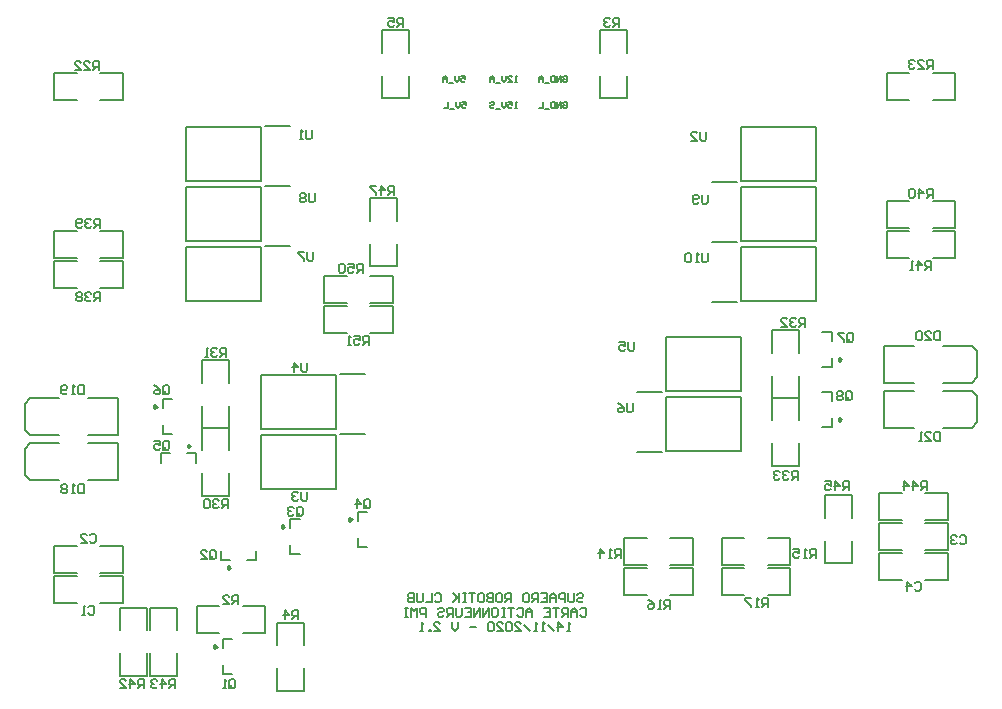
<source format=gbo>
G04 Layer_Color=32896*
%FSLAX25Y25*%
%MOIN*%
G70*
G01*
G75*
%ADD29C,0.00787*%
%ADD30C,0.00500*%
%ADD48C,0.00984*%
D29*
X67244Y6594D02*
Y9744D01*
Y6594D02*
X70394D01*
X67244Y15256D02*
Y18406D01*
X70394D01*
X89744Y46595D02*
Y49744D01*
Y46595D02*
X92894D01*
X89744Y55256D02*
Y58406D01*
X92894D01*
X75256Y44744D02*
X78405D01*
Y47894D01*
X66594Y44744D02*
X69744D01*
X66594D02*
Y47894D01*
X112244Y49095D02*
Y52244D01*
Y49095D02*
X115394D01*
X112244Y57756D02*
Y60905D01*
X115394D01*
X46595Y80256D02*
X49744D01*
X46595Y77106D02*
Y80256D01*
X55256D02*
X58406D01*
Y77106D02*
Y80256D01*
X47244Y86594D02*
Y89744D01*
Y86594D02*
X50394D01*
X47244Y95256D02*
Y98405D01*
X50394D01*
X270256Y117756D02*
Y120905D01*
X267106D02*
X270256D01*
Y109095D02*
Y112244D01*
X267106Y109095D02*
X270256D01*
Y97756D02*
Y100906D01*
X267106D02*
X270256D01*
Y89095D02*
Y92244D01*
X267106Y89095D02*
X270256D01*
X116390Y129500D02*
X123890D01*
Y120500D02*
Y129500D01*
X116390Y120500D02*
X123890D01*
X101110Y129500D02*
X108610D01*
X101110Y120500D02*
Y129500D01*
Y120500D02*
X108610D01*
X116390Y139500D02*
X123890D01*
Y130500D02*
Y139500D01*
X116390Y130500D02*
X123890D01*
X101110Y139500D02*
X108610D01*
X101110Y130500D02*
Y139500D01*
Y130500D02*
X108610D01*
X125500Y142610D02*
Y150110D01*
X116500Y142610D02*
X125500D01*
X116500D02*
Y150110D01*
X125500Y157890D02*
Y165390D01*
X116500D02*
X125500D01*
X116500Y157890D02*
Y165390D01*
X129500Y198610D02*
Y206110D01*
X120500Y198610D02*
X129500D01*
X120500D02*
Y206110D01*
X129500Y213890D02*
Y221390D01*
X120500D02*
X129500D01*
X120500Y213890D02*
Y221390D01*
X193000Y213890D02*
Y221390D01*
X202000D01*
Y213890D02*
Y221390D01*
X193000Y198610D02*
Y206110D01*
Y198610D02*
X202000D01*
Y206110D01*
X26390Y39500D02*
X33890D01*
Y30500D02*
Y39500D01*
X26390Y30500D02*
X33890D01*
X11110Y39500D02*
X18610D01*
X11110Y30500D02*
Y39500D01*
Y30500D02*
X18610D01*
X26390Y49500D02*
X33890D01*
Y40500D02*
Y49500D01*
X26390Y40500D02*
X33890D01*
X11110Y49500D02*
X18610D01*
X11110Y40500D02*
Y49500D01*
Y40500D02*
X18610D01*
X286110Y48000D02*
X293610D01*
X286110D02*
Y57000D01*
X293610D01*
X301390Y48000D02*
X308890D01*
Y57000D01*
X301390D02*
X308890D01*
X286110Y38000D02*
X293610D01*
X286110D02*
Y47000D01*
X293610D01*
X301390Y38000D02*
X308890D01*
Y47000D01*
X301390D02*
X308890D01*
X32461Y71398D02*
Y83602D01*
X1358Y73169D02*
X3130Y71398D01*
X1358Y81831D02*
X3130Y83602D01*
X1358Y73169D02*
Y81831D01*
X22224Y71398D02*
X32461D01*
X22224Y83602D02*
X32461D01*
X3130D02*
X12776D01*
X3130Y71398D02*
X12776D01*
X32461Y86398D02*
Y98602D01*
X1358Y88169D02*
X3130Y86398D01*
X1358Y96831D02*
X3130Y98602D01*
X1358Y88169D02*
Y96831D01*
X22224Y86398D02*
X32461D01*
X22224Y98602D02*
X32461D01*
X3130D02*
X12776D01*
X3130Y86398D02*
X12776D01*
X287539Y103898D02*
Y116102D01*
X316870D02*
X318642Y114331D01*
X316870Y103898D02*
X318642Y105669D01*
Y114331D01*
X287539Y116102D02*
X297776D01*
X287539Y103898D02*
X297776D01*
X307224D02*
X316870D01*
X307224Y116102D02*
X316870D01*
X287539Y88898D02*
Y101102D01*
X316870D02*
X318642Y99331D01*
X316870Y88898D02*
X318642Y90669D01*
Y99331D01*
X287539Y101102D02*
X297776D01*
X287539Y88898D02*
X297776D01*
X307224D02*
X316870D01*
X307224Y101102D02*
X316870D01*
X216390Y52000D02*
X223890D01*
Y43000D02*
Y52000D01*
X216390Y43000D02*
X223890D01*
X201110Y52000D02*
X208610D01*
X201110Y43000D02*
Y52000D01*
Y43000D02*
X208610D01*
X248890Y52000D02*
X256390D01*
Y43000D02*
Y52000D01*
X248890Y43000D02*
X256390D01*
X233610Y52000D02*
X241110D01*
X233610Y43000D02*
Y52000D01*
Y43000D02*
X241110D01*
X201110Y33000D02*
X208610D01*
X201110D02*
Y42000D01*
X208610D01*
X216390Y33000D02*
X223890D01*
Y42000D01*
X216390D02*
X223890D01*
X233610Y33000D02*
X241110D01*
X233610D02*
Y42000D01*
X241110D01*
X248890Y33000D02*
X256390D01*
Y42000D01*
X248890D02*
X256390D01*
X11110Y198000D02*
X18610D01*
X11110D02*
Y207000D01*
X18610D01*
X26390Y198000D02*
X33890D01*
Y207000D01*
X26390D02*
X33890D01*
X303890D02*
X311390D01*
Y198000D02*
Y207000D01*
X303890Y198000D02*
X311390D01*
X288610Y207000D02*
X296110D01*
X288610Y198000D02*
Y207000D01*
Y198000D02*
X296110D01*
X42000Y6110D02*
Y13610D01*
X33000Y6110D02*
X42000D01*
X33000D02*
Y13610D01*
X42000Y21390D02*
Y28890D01*
X33000D02*
X42000D01*
X33000Y21390D02*
Y28890D01*
X52000Y6110D02*
Y13610D01*
X43000Y6110D02*
X52000D01*
X43000D02*
Y13610D01*
X52000Y21390D02*
Y28890D01*
X43000D02*
X52000D01*
X43000Y21390D02*
Y28890D01*
X301390Y67000D02*
X308890D01*
Y58000D02*
Y67000D01*
X301390Y58000D02*
X308890D01*
X286110Y67000D02*
X293610D01*
X286110Y58000D02*
Y67000D01*
Y58000D02*
X293610D01*
X60500Y81390D02*
Y88890D01*
X69500D01*
Y81390D02*
Y88890D01*
X60500Y66110D02*
Y73610D01*
Y66110D02*
X69500D01*
Y73610D01*
X60500Y103890D02*
Y111390D01*
X69500D01*
Y103890D02*
Y111390D01*
X60500Y88610D02*
Y96110D01*
Y88610D02*
X69500D01*
Y96110D01*
X259500Y98610D02*
Y106110D01*
X250500Y98610D02*
X259500D01*
X250500D02*
Y106110D01*
X259500Y113890D02*
Y121390D01*
X250500D02*
X259500D01*
X250500Y113890D02*
Y121390D01*
X268000Y58890D02*
Y66390D01*
X277000D01*
Y58890D02*
Y66390D01*
X268000Y43610D02*
Y51110D01*
Y43610D02*
X277000D01*
Y51110D01*
X259500Y76110D02*
Y83610D01*
X250500Y76110D02*
X259500D01*
X250500D02*
Y83610D01*
X259500Y91390D02*
Y98890D01*
X250500D02*
X259500D01*
X250500Y91390D02*
Y98890D01*
X11110Y135500D02*
X18610D01*
X11110D02*
Y144500D01*
X18610D01*
X26390Y135500D02*
X33890D01*
Y144500D01*
X26390D02*
X33890D01*
X11110Y145500D02*
X18610D01*
X11110D02*
Y154500D01*
X18610D01*
X26390Y145500D02*
X33890D01*
Y154500D01*
X26390D02*
X33890D01*
X303890Y164500D02*
X311390D01*
Y155500D02*
Y164500D01*
X303890Y155500D02*
X311390D01*
X288610Y164500D02*
X296110D01*
X288610Y155500D02*
Y164500D01*
Y155500D02*
X296110D01*
X303890Y154500D02*
X311390D01*
Y145500D02*
Y154500D01*
X303890Y145500D02*
X311390D01*
X288610Y154500D02*
X296110D01*
X288610Y145500D02*
Y154500D01*
Y145500D02*
X296110D01*
X81279Y189331D02*
X89547D01*
X79902Y170945D02*
Y189055D01*
X55098Y170945D02*
X79902D01*
X55098D02*
Y189055D01*
X79902D01*
X230453Y170669D02*
X238720D01*
X240098Y170945D02*
Y189055D01*
X264902D01*
Y170945D02*
Y189055D01*
X240098Y170945D02*
X264902D01*
X106280Y86831D02*
X114547D01*
X104902Y68445D02*
Y86555D01*
X80098Y68445D02*
X104902D01*
X80098D02*
Y86555D01*
X104902D01*
X106280Y106831D02*
X114547D01*
X104902Y88445D02*
Y106555D01*
X80098Y88445D02*
X104902D01*
X80098D02*
Y106555D01*
X104902D01*
X205453Y100669D02*
X213720D01*
X215098Y100945D02*
Y119055D01*
X239902D01*
Y100945D02*
Y119055D01*
X215098Y100945D02*
X239902D01*
X205453Y80669D02*
X213720D01*
X215098Y80945D02*
Y99055D01*
X239902D01*
Y80945D02*
Y99055D01*
X215098Y80945D02*
X239902D01*
X81279Y149331D02*
X89547D01*
X79902Y130945D02*
Y149055D01*
X55098Y130945D02*
X79902D01*
X55098D02*
Y149055D01*
X79902D01*
X81279Y169331D02*
X89547D01*
X79902Y150945D02*
Y169055D01*
X55098Y150945D02*
X79902D01*
X55098D02*
Y169055D01*
X79902D01*
X230453Y150669D02*
X238720D01*
X240098Y150945D02*
Y169055D01*
X264902D01*
Y150945D02*
Y169055D01*
X240098Y150945D02*
X264902D01*
X230453Y130669D02*
X238720D01*
X240098Y130945D02*
Y149055D01*
X264902D01*
Y130945D02*
Y149055D01*
X240098Y130945D02*
X264902D01*
X58610Y20500D02*
X66110D01*
X58610D02*
Y29500D01*
X66110D01*
X73890Y20500D02*
X81390D01*
Y29500D01*
X73890D02*
X81390D01*
X94500Y1110D02*
Y8610D01*
X85500Y1110D02*
X94500D01*
X85500D02*
Y8610D01*
X94500Y16390D02*
Y23890D01*
X85500D02*
X94500D01*
X85500Y16390D02*
Y23890D01*
D30*
X185348Y33097D02*
X185848Y33597D01*
X186848D01*
X187348Y33097D01*
Y32597D01*
X186848Y32097D01*
X185848D01*
X185348Y31597D01*
Y31097D01*
X185848Y30598D01*
X186848D01*
X187348Y31097D01*
X184348Y33597D02*
Y31097D01*
X183849Y30598D01*
X182849D01*
X182349Y31097D01*
Y33597D01*
X181350Y30598D02*
Y33597D01*
X179850D01*
X179350Y33097D01*
Y32097D01*
X179850Y31597D01*
X181350D01*
X178350Y30598D02*
Y32597D01*
X177351Y33597D01*
X176351Y32597D01*
Y30598D01*
Y32097D01*
X178350D01*
X173352Y33597D02*
X175351D01*
Y30598D01*
X173352D01*
X175351Y32097D02*
X174352D01*
X172352Y30598D02*
Y33597D01*
X170853D01*
X170353Y33097D01*
Y32097D01*
X170853Y31597D01*
X172352D01*
X171353D02*
X170353Y30598D01*
X167854Y33597D02*
X168853D01*
X169353Y33097D01*
Y31097D01*
X168853Y30598D01*
X167854D01*
X167354Y31097D01*
Y33097D01*
X167854Y33597D01*
X163355Y30598D02*
Y33597D01*
X161856D01*
X161356Y33097D01*
Y32097D01*
X161856Y31597D01*
X163355D01*
X162356D02*
X161356Y30598D01*
X158857Y33597D02*
X159856D01*
X160356Y33097D01*
Y31097D01*
X159856Y30598D01*
X158857D01*
X158357Y31097D01*
Y33097D01*
X158857Y33597D01*
X157357D02*
Y30598D01*
X155858D01*
X155358Y31097D01*
Y31597D01*
X155858Y32097D01*
X157357D01*
X155858D01*
X155358Y32597D01*
Y33097D01*
X155858Y33597D01*
X157357D01*
X152859D02*
X153858D01*
X154358Y33097D01*
Y31097D01*
X153858Y30598D01*
X152859D01*
X152359Y31097D01*
Y33097D01*
X152859Y33597D01*
X151359D02*
X149360D01*
X150359D01*
Y30598D01*
X148360Y33597D02*
X147361D01*
X147860D01*
Y30598D01*
X148360D01*
X147361D01*
X145861Y33597D02*
Y30598D01*
Y31597D01*
X143862Y33597D01*
X145361Y32097D01*
X143862Y30598D01*
X137864Y33097D02*
X138363Y33597D01*
X139363D01*
X139863Y33097D01*
Y31097D01*
X139363Y30598D01*
X138363D01*
X137864Y31097D01*
X136864Y33597D02*
Y30598D01*
X134864D01*
X133865Y33597D02*
Y31097D01*
X133365Y30598D01*
X132365D01*
X131866Y31097D01*
Y33597D01*
X130866D02*
Y30598D01*
X129366D01*
X128867Y31097D01*
Y31597D01*
X129366Y32097D01*
X130866D01*
X129366D01*
X128867Y32597D01*
Y33097D01*
X129366Y33597D01*
X130866D01*
X186348Y28298D02*
X186848Y28798D01*
X187847D01*
X188347Y28298D01*
Y26299D01*
X187847Y25799D01*
X186848D01*
X186348Y26299D01*
X185348Y25799D02*
Y27798D01*
X184348Y28798D01*
X183349Y27798D01*
Y25799D01*
Y27298D01*
X185348D01*
X182349Y25799D02*
Y28798D01*
X180850D01*
X180350Y28298D01*
Y27298D01*
X180850Y26798D01*
X182349D01*
X181350D02*
X180350Y25799D01*
X179350Y28798D02*
X177351D01*
X178350D01*
Y25799D01*
X174352Y28798D02*
X176351D01*
Y25799D01*
X174352D01*
X176351Y27298D02*
X175351D01*
X170353Y25799D02*
Y27798D01*
X169353Y28798D01*
X168354Y27798D01*
Y25799D01*
Y27298D01*
X170353D01*
X165355Y28298D02*
X165855Y28798D01*
X166854D01*
X167354Y28298D01*
Y26299D01*
X166854Y25799D01*
X165855D01*
X165355Y26299D01*
X164355Y28798D02*
X162356D01*
X163355D01*
Y25799D01*
X161356Y28798D02*
X160356D01*
X160856D01*
Y25799D01*
X161356D01*
X160356D01*
X157357Y28798D02*
X158357D01*
X158857Y28298D01*
Y26299D01*
X158357Y25799D01*
X157357D01*
X156857Y26299D01*
Y28298D01*
X157357Y28798D01*
X155858Y25799D02*
Y28798D01*
X153858Y25799D01*
Y28798D01*
X152859Y25799D02*
Y28798D01*
X150859Y25799D01*
Y28798D01*
X147860D02*
X149860D01*
Y25799D01*
X147860D01*
X149860Y27298D02*
X148860D01*
X146861Y28798D02*
Y26299D01*
X146361Y25799D01*
X145361D01*
X144861Y26299D01*
Y28798D01*
X143862Y25799D02*
Y28798D01*
X142362D01*
X141862Y28298D01*
Y27298D01*
X142362Y26798D01*
X143862D01*
X142862D02*
X141862Y25799D01*
X138863Y28298D02*
X139363Y28798D01*
X140363D01*
X140863Y28298D01*
Y27798D01*
X140363Y27298D01*
X139363D01*
X138863Y26798D01*
Y26299D01*
X139363Y25799D01*
X140363D01*
X140863Y26299D01*
X134864Y25799D02*
Y28798D01*
X133365D01*
X132865Y28298D01*
Y27298D01*
X133365Y26798D01*
X134864D01*
X131866Y25799D02*
Y28798D01*
X130866Y27798D01*
X129866Y28798D01*
Y25799D01*
X128867Y28798D02*
X127867D01*
X128367D01*
Y25799D01*
X128867D01*
X127867D01*
X183099Y21000D02*
X182099D01*
X182599D01*
Y23999D01*
X183099Y23499D01*
X179100Y21000D02*
Y23999D01*
X180600Y22500D01*
X178600D01*
X177601Y21000D02*
X175601Y22999D01*
X174602Y21000D02*
X173602D01*
X174102D01*
Y23999D01*
X174602Y23499D01*
X172102Y21000D02*
X171103D01*
X171603D01*
Y23999D01*
X172102Y23499D01*
X169603Y21000D02*
X167604Y22999D01*
X164605Y21000D02*
X166604D01*
X164605Y22999D01*
Y23499D01*
X165105Y23999D01*
X166104D01*
X166604Y23499D01*
X163605D02*
X163105Y23999D01*
X162106D01*
X161606Y23499D01*
Y21500D01*
X162106Y21000D01*
X163105D01*
X163605Y21500D01*
Y23499D01*
X158607Y21000D02*
X160606D01*
X158607Y22999D01*
Y23499D01*
X159107Y23999D01*
X160106D01*
X160606Y23499D01*
X157607D02*
X157107Y23999D01*
X156108D01*
X155608Y23499D01*
Y21500D01*
X156108Y21000D01*
X157107D01*
X157607Y21500D01*
Y23499D01*
X151609Y22500D02*
X149610D01*
X145611Y23999D02*
Y22000D01*
X144611Y21000D01*
X143612Y22000D01*
Y23999D01*
X137614Y21000D02*
X139613D01*
X137614Y22999D01*
Y23499D01*
X138113Y23999D01*
X139113D01*
X139613Y23499D01*
X136614Y21000D02*
Y21500D01*
X136114D01*
Y21000D01*
X136614D01*
X134115D02*
X133115D01*
X133615D01*
Y23999D01*
X134115Y23499D01*
X92001Y60000D02*
Y61999D01*
X92501Y62499D01*
X93500D01*
X94000Y61999D01*
Y60000D01*
X93500Y59500D01*
X92501D01*
X93000Y60500D02*
X92001Y59500D01*
X92501D02*
X92001Y60000D01*
X91001Y61999D02*
X90501Y62499D01*
X89501D01*
X89002Y61999D01*
Y61499D01*
X89501Y61000D01*
X90001D01*
X89501D01*
X89002Y60500D01*
Y60000D01*
X89501Y59500D01*
X90501D01*
X91001Y60000D01*
X69501Y2500D02*
Y4499D01*
X70000Y4999D01*
X71000D01*
X71500Y4499D01*
Y2500D01*
X71000Y2000D01*
X70000D01*
X70500Y3000D02*
X69501Y2000D01*
X70000D02*
X69501Y2500D01*
X68501Y2000D02*
X67501D01*
X68001D01*
Y4999D01*
X68501Y4499D01*
X275001Y98500D02*
Y100499D01*
X275500Y100999D01*
X276500D01*
X277000Y100499D01*
Y98500D01*
X276500Y98000D01*
X275500D01*
X276000Y99000D02*
X275001Y98000D01*
X275500D02*
X275001Y98500D01*
X274001Y100499D02*
X273501Y100999D01*
X272501D01*
X272002Y100499D01*
Y99999D01*
X272501Y99499D01*
X272002Y99000D01*
Y98500D01*
X272501Y98000D01*
X273501D01*
X274001Y98500D01*
Y99000D01*
X273501Y99499D01*
X274001Y99999D01*
Y100499D01*
X273501Y99499D02*
X272501D01*
X275501Y118000D02*
Y119999D01*
X276000Y120499D01*
X277000D01*
X277500Y119999D01*
Y118000D01*
X277000Y117500D01*
X276000D01*
X276500Y118500D02*
X275501Y117500D01*
X276000D02*
X275501Y118000D01*
X274501Y120499D02*
X272502D01*
Y119999D01*
X274501Y118000D01*
Y117500D01*
X47501Y100500D02*
Y102499D01*
X48000Y102999D01*
X49000D01*
X49500Y102499D01*
Y100500D01*
X49000Y100000D01*
X48000D01*
X48500Y101000D02*
X47501Y100000D01*
X48000D02*
X47501Y100500D01*
X44502Y102999D02*
X45501Y102499D01*
X46501Y101499D01*
Y100500D01*
X46001Y100000D01*
X45001D01*
X44502Y100500D01*
Y101000D01*
X45001Y101499D01*
X46501D01*
X47501Y82000D02*
Y83999D01*
X48000Y84499D01*
X49000D01*
X49500Y83999D01*
Y82000D01*
X49000Y81500D01*
X48000D01*
X48500Y82500D02*
X47501Y81500D01*
X48000D02*
X47501Y82000D01*
X44502Y84499D02*
X46501D01*
Y82999D01*
X45501Y83499D01*
X45001D01*
X44502Y82999D01*
Y82000D01*
X45001Y81500D01*
X46001D01*
X46501Y82000D01*
X114501Y62500D02*
Y64499D01*
X115000Y64999D01*
X116000D01*
X116500Y64499D01*
Y62500D01*
X116000Y62000D01*
X115000D01*
X115500Y63000D02*
X114501Y62000D01*
X115000D02*
X114501Y62500D01*
X112001Y62000D02*
Y64999D01*
X113501Y63499D01*
X111502D01*
X63001Y45500D02*
Y47499D01*
X63500Y47999D01*
X64500D01*
X65000Y47499D01*
Y45500D01*
X64500Y45000D01*
X63500D01*
X64000Y46000D02*
X63001Y45000D01*
X63500D02*
X63001Y45500D01*
X60002Y45000D02*
X62001D01*
X60002Y46999D01*
Y47499D01*
X60501Y47999D01*
X61501D01*
X62001Y47499D01*
X116000Y116500D02*
Y119499D01*
X114500D01*
X114001Y118999D01*
Y117999D01*
X114500Y117500D01*
X116000D01*
X115000D02*
X114001Y116500D01*
X111002Y119499D02*
X113001D01*
Y117999D01*
X112001Y118499D01*
X111501D01*
X111002Y117999D01*
Y117000D01*
X111501Y116500D01*
X112501D01*
X113001Y117000D01*
X110002Y116500D02*
X109002D01*
X109502D01*
Y119499D01*
X110002Y118999D01*
X114000Y140500D02*
Y143499D01*
X112501D01*
X112001Y142999D01*
Y141999D01*
X112501Y141500D01*
X114000D01*
X113000D02*
X112001Y140500D01*
X109002Y143499D02*
X111001D01*
Y141999D01*
X110001Y142499D01*
X109501D01*
X109002Y141999D01*
Y141000D01*
X109501Y140500D01*
X110501D01*
X111001Y141000D01*
X108002Y142999D02*
X107502Y143499D01*
X106502D01*
X106003Y142999D01*
Y141000D01*
X106502Y140500D01*
X107502D01*
X108002Y141000D01*
Y142999D01*
X124500Y166500D02*
Y169499D01*
X123001D01*
X122501Y168999D01*
Y167999D01*
X123001Y167500D01*
X124500D01*
X123500D02*
X122501Y166500D01*
X120001D02*
Y169499D01*
X121501Y167999D01*
X119502D01*
X118502Y169499D02*
X116503D01*
Y168999D01*
X118502Y167000D01*
Y166500D01*
X127500Y222500D02*
Y225499D01*
X126000D01*
X125501Y224999D01*
Y224000D01*
X126000Y223500D01*
X127500D01*
X126500D02*
X125501Y222500D01*
X122502Y225499D02*
X124501D01*
Y224000D01*
X123501Y224499D01*
X123001D01*
X122502Y224000D01*
Y223000D01*
X123001Y222500D01*
X124001D01*
X124501Y223000D01*
X199500Y222500D02*
Y225499D01*
X198001D01*
X197501Y224999D01*
Y224000D01*
X198001Y223500D01*
X199500D01*
X198500D02*
X197501Y222500D01*
X196501Y224999D02*
X196001Y225499D01*
X195001D01*
X194502Y224999D01*
Y224499D01*
X195001Y224000D01*
X195501D01*
X195001D01*
X194502Y223500D01*
Y223000D01*
X195001Y222500D01*
X196001D01*
X196501Y223000D01*
X22501Y28999D02*
X23000Y29499D01*
X24000D01*
X24500Y28999D01*
Y27000D01*
X24000Y26500D01*
X23000D01*
X22501Y27000D01*
X21501Y26500D02*
X20501D01*
X21001D01*
Y29499D01*
X21501Y28999D01*
X23001Y52999D02*
X23501Y53499D01*
X24500D01*
X25000Y52999D01*
Y51000D01*
X24500Y50500D01*
X23501D01*
X23001Y51000D01*
X20002Y50500D02*
X22001D01*
X20002Y52499D01*
Y52999D01*
X20501Y53499D01*
X21501D01*
X22001Y52999D01*
X313001Y52499D02*
X313500Y52999D01*
X314500D01*
X315000Y52499D01*
Y50500D01*
X314500Y50000D01*
X313500D01*
X313001Y50500D01*
X312001Y52499D02*
X311501Y52999D01*
X310502D01*
X310002Y52499D01*
Y51999D01*
X310502Y51499D01*
X311001D01*
X310502D01*
X310002Y51000D01*
Y50500D01*
X310502Y50000D01*
X311501D01*
X312001Y50500D01*
X298001Y36999D02*
X298500Y37499D01*
X299500D01*
X300000Y36999D01*
Y35000D01*
X299500Y34500D01*
X298500D01*
X298001Y35000D01*
X295501Y34500D02*
Y37499D01*
X297001Y36000D01*
X295002D01*
X21000Y69999D02*
Y67000D01*
X19500D01*
X19001Y67500D01*
Y69499D01*
X19500Y69999D01*
X21000D01*
X18001Y67000D02*
X17001D01*
X17501D01*
Y69999D01*
X18001Y69499D01*
X15502D02*
X15002Y69999D01*
X14002D01*
X13502Y69499D01*
Y68999D01*
X14002Y68499D01*
X13502Y68000D01*
Y67500D01*
X14002Y67000D01*
X15002D01*
X15502Y67500D01*
Y68000D01*
X15002Y68499D01*
X15502Y68999D01*
Y69499D01*
X15002Y68499D02*
X14002D01*
X21000Y102999D02*
Y100000D01*
X19500D01*
X19001Y100500D01*
Y102499D01*
X19500Y102999D01*
X21000D01*
X18001Y100000D02*
X17001D01*
X17501D01*
Y102999D01*
X18001Y102499D01*
X15502Y100500D02*
X15002Y100000D01*
X14002D01*
X13502Y100500D01*
Y102499D01*
X14002Y102999D01*
X15002D01*
X15502Y102499D01*
Y101999D01*
X15002Y101499D01*
X13502D01*
X306500Y120999D02*
Y118000D01*
X305000D01*
X304501Y118500D01*
Y120499D01*
X305000Y120999D01*
X306500D01*
X301502Y118000D02*
X303501D01*
X301502Y119999D01*
Y120499D01*
X302002Y120999D01*
X303001D01*
X303501Y120499D01*
X300502D02*
X300002Y120999D01*
X299002D01*
X298503Y120499D01*
Y118500D01*
X299002Y118000D01*
X300002D01*
X300502Y118500D01*
Y120499D01*
X306500Y87499D02*
Y84500D01*
X305000D01*
X304501Y85000D01*
Y86999D01*
X305000Y87499D01*
X306500D01*
X301502Y84500D02*
X303501D01*
X301502Y86499D01*
Y86999D01*
X302002Y87499D01*
X303001D01*
X303501Y86999D01*
X300502Y84500D02*
X299502D01*
X300002D01*
Y87499D01*
X300502Y86999D01*
X200000Y45500D02*
Y48499D01*
X198501D01*
X198001Y47999D01*
Y46999D01*
X198501Y46500D01*
X200000D01*
X199000D02*
X198001Y45500D01*
X197001D02*
X196001D01*
X196501D01*
Y48499D01*
X197001Y47999D01*
X193002Y45500D02*
Y48499D01*
X194502Y46999D01*
X192502D01*
X265000Y45500D02*
Y48499D01*
X263500D01*
X263001Y47999D01*
Y46999D01*
X263500Y46500D01*
X265000D01*
X264000D02*
X263001Y45500D01*
X262001D02*
X261001D01*
X261501D01*
Y48499D01*
X262001Y47999D01*
X257502Y48499D02*
X259502D01*
Y46999D01*
X258502Y47499D01*
X258002D01*
X257502Y46999D01*
Y46000D01*
X258002Y45500D01*
X259002D01*
X259502Y46000D01*
X216500Y28500D02*
Y31499D01*
X215001D01*
X214501Y30999D01*
Y30000D01*
X215001Y29500D01*
X216500D01*
X215500D02*
X214501Y28500D01*
X213501D02*
X212501D01*
X213001D01*
Y31499D01*
X213501Y30999D01*
X209002Y31499D02*
X210002Y30999D01*
X211002Y30000D01*
Y29000D01*
X210502Y28500D01*
X209502D01*
X209002Y29000D01*
Y29500D01*
X209502Y30000D01*
X211002D01*
X249000Y29000D02*
Y31999D01*
X247500D01*
X247001Y31499D01*
Y30500D01*
X247500Y30000D01*
X249000D01*
X248000D02*
X247001Y29000D01*
X246001D02*
X245001D01*
X245501D01*
Y31999D01*
X246001Y31499D01*
X243502Y31999D02*
X241502D01*
Y31499D01*
X243502Y29500D01*
Y29000D01*
X26000Y208000D02*
Y210999D01*
X24500D01*
X24001Y210499D01*
Y209500D01*
X24500Y209000D01*
X26000D01*
X25000D02*
X24001Y208000D01*
X21002D02*
X23001D01*
X21002Y209999D01*
Y210499D01*
X21501Y210999D01*
X22501D01*
X23001Y210499D01*
X18003Y208000D02*
X20002D01*
X18003Y209999D01*
Y210499D01*
X18502Y210999D01*
X19502D01*
X20002Y210499D01*
X304000Y208500D02*
Y211499D01*
X302501D01*
X302001Y210999D01*
Y209999D01*
X302501Y209500D01*
X304000D01*
X303000D02*
X302001Y208500D01*
X299002D02*
X301001D01*
X299002Y210499D01*
Y210999D01*
X299501Y211499D01*
X300501D01*
X301001Y210999D01*
X298002D02*
X297502Y211499D01*
X296502D01*
X296003Y210999D01*
Y210499D01*
X296502Y209999D01*
X297002D01*
X296502D01*
X296003Y209500D01*
Y209000D01*
X296502Y208500D01*
X297502D01*
X298002Y209000D01*
X41000Y2000D02*
Y4999D01*
X39500D01*
X39001Y4499D01*
Y3500D01*
X39500Y3000D01*
X41000D01*
X40000D02*
X39001Y2000D01*
X36501D02*
Y4999D01*
X38001Y3500D01*
X36002D01*
X33003Y2000D02*
X35002D01*
X33003Y3999D01*
Y4499D01*
X33502Y4999D01*
X34502D01*
X35002Y4499D01*
X51500Y2000D02*
Y4999D01*
X50001D01*
X49501Y4499D01*
Y3500D01*
X50001Y3000D01*
X51500D01*
X50500D02*
X49501Y2000D01*
X47001D02*
Y4999D01*
X48501Y3500D01*
X46502D01*
X45502Y4499D02*
X45002Y4999D01*
X44002D01*
X43503Y4499D01*
Y3999D01*
X44002Y3500D01*
X44502D01*
X44002D01*
X43503Y3000D01*
Y2500D01*
X44002Y2000D01*
X45002D01*
X45502Y2500D01*
X302000Y68000D02*
Y70999D01*
X300500D01*
X300001Y70499D01*
Y69499D01*
X300500Y69000D01*
X302000D01*
X301000D02*
X300001Y68000D01*
X297501D02*
Y70999D01*
X299001Y69499D01*
X297002D01*
X294502Y68000D02*
Y70999D01*
X296002Y69499D01*
X294003D01*
X69000Y62000D02*
Y64999D01*
X67501D01*
X67001Y64499D01*
Y63499D01*
X67501Y63000D01*
X69000D01*
X68000D02*
X67001Y62000D01*
X66001Y64499D02*
X65501Y64999D01*
X64501D01*
X64002Y64499D01*
Y63999D01*
X64501Y63499D01*
X65001D01*
X64501D01*
X64002Y63000D01*
Y62500D01*
X64501Y62000D01*
X65501D01*
X66001Y62500D01*
X63002Y64499D02*
X62502Y64999D01*
X61502D01*
X61003Y64499D01*
Y62500D01*
X61502Y62000D01*
X62502D01*
X63002Y62500D01*
Y64499D01*
X68500Y112500D02*
Y115499D01*
X67001D01*
X66501Y114999D01*
Y113999D01*
X67001Y113500D01*
X68500D01*
X67500D02*
X66501Y112500D01*
X65501Y114999D02*
X65001Y115499D01*
X64001D01*
X63502Y114999D01*
Y114499D01*
X64001Y113999D01*
X64501D01*
X64001D01*
X63502Y113500D01*
Y113000D01*
X64001Y112500D01*
X65001D01*
X65501Y113000D01*
X62502Y112500D02*
X61502D01*
X62002D01*
Y115499D01*
X62502Y114999D01*
X261500Y122500D02*
Y125499D01*
X260000D01*
X259501Y124999D01*
Y124000D01*
X260000Y123500D01*
X261500D01*
X260500D02*
X259501Y122500D01*
X258501Y124999D02*
X258001Y125499D01*
X257001D01*
X256502Y124999D01*
Y124499D01*
X257001Y124000D01*
X257501D01*
X257001D01*
X256502Y123500D01*
Y123000D01*
X257001Y122500D01*
X258001D01*
X258501Y123000D01*
X253503Y122500D02*
X255502D01*
X253503Y124499D01*
Y124999D01*
X254002Y125499D01*
X255002D01*
X255502Y124999D01*
X276000Y68000D02*
Y70999D01*
X274500D01*
X274001Y70499D01*
Y69499D01*
X274500Y69000D01*
X276000D01*
X275000D02*
X274001Y68000D01*
X271501D02*
Y70999D01*
X273001Y69499D01*
X271002D01*
X268003Y70999D02*
X270002D01*
Y69499D01*
X269002Y69999D01*
X268502D01*
X268003Y69499D01*
Y68500D01*
X268502Y68000D01*
X269502D01*
X270002Y68500D01*
X259000Y71500D02*
Y74499D01*
X257501D01*
X257001Y73999D01*
Y73000D01*
X257501Y72500D01*
X259000D01*
X258000D02*
X257001Y71500D01*
X256001Y73999D02*
X255501Y74499D01*
X254502D01*
X254002Y73999D01*
Y73499D01*
X254502Y73000D01*
X255001D01*
X254502D01*
X254002Y72500D01*
Y72000D01*
X254502Y71500D01*
X255501D01*
X256001Y72000D01*
X253002Y73999D02*
X252502Y74499D01*
X251502D01*
X251003Y73999D01*
Y73499D01*
X251502Y73000D01*
X252002D01*
X251502D01*
X251003Y72500D01*
Y72000D01*
X251502Y71500D01*
X252502D01*
X253002Y72000D01*
X26500Y131000D02*
Y133999D01*
X25001D01*
X24501Y133499D01*
Y132500D01*
X25001Y132000D01*
X26500D01*
X25500D02*
X24501Y131000D01*
X23501Y133499D02*
X23001Y133999D01*
X22001D01*
X21502Y133499D01*
Y132999D01*
X22001Y132500D01*
X22501D01*
X22001D01*
X21502Y132000D01*
Y131500D01*
X22001Y131000D01*
X23001D01*
X23501Y131500D01*
X20502Y133499D02*
X20002Y133999D01*
X19002D01*
X18503Y133499D01*
Y132999D01*
X19002Y132500D01*
X18503Y132000D01*
Y131500D01*
X19002Y131000D01*
X20002D01*
X20502Y131500D01*
Y132000D01*
X20002Y132500D01*
X20502Y132999D01*
Y133499D01*
X20002Y132500D02*
X19002D01*
X26500Y155500D02*
Y158499D01*
X25001D01*
X24501Y157999D01*
Y157000D01*
X25001Y156500D01*
X26500D01*
X25500D02*
X24501Y155500D01*
X23501Y157999D02*
X23001Y158499D01*
X22001D01*
X21502Y157999D01*
Y157499D01*
X22001Y157000D01*
X22501D01*
X22001D01*
X21502Y156500D01*
Y156000D01*
X22001Y155500D01*
X23001D01*
X23501Y156000D01*
X20502D02*
X20002Y155500D01*
X19002D01*
X18503Y156000D01*
Y157999D01*
X19002Y158499D01*
X20002D01*
X20502Y157999D01*
Y157499D01*
X20002Y157000D01*
X18503D01*
X304000Y165500D02*
Y168499D01*
X302501D01*
X302001Y167999D01*
Y166999D01*
X302501Y166500D01*
X304000D01*
X303000D02*
X302001Y165500D01*
X299501D02*
Y168499D01*
X301001Y166999D01*
X299002D01*
X298002Y167999D02*
X297502Y168499D01*
X296502D01*
X296003Y167999D01*
Y166000D01*
X296502Y165500D01*
X297502D01*
X298002Y166000D01*
Y167999D01*
X303500Y141500D02*
Y144499D01*
X302000D01*
X301501Y143999D01*
Y142999D01*
X302000Y142500D01*
X303500D01*
X302500D02*
X301501Y141500D01*
X299002D02*
Y144499D01*
X300501Y142999D01*
X298502D01*
X297502Y141500D02*
X296502D01*
X297002D01*
Y144499D01*
X297502Y143999D01*
X97000Y187999D02*
Y185500D01*
X96500Y185000D01*
X95500D01*
X95001Y185500D01*
Y187999D01*
X94001Y185000D02*
X93001D01*
X93501D01*
Y187999D01*
X94001Y187499D01*
X228500Y187499D02*
Y185000D01*
X228000Y184500D01*
X227000D01*
X226501Y185000D01*
Y187499D01*
X223502Y184500D02*
X225501D01*
X223502Y186499D01*
Y186999D01*
X224002Y187499D01*
X225001D01*
X225501Y186999D01*
X95500Y67499D02*
Y65000D01*
X95000Y64500D01*
X94001D01*
X93501Y65000D01*
Y67499D01*
X92501Y66999D02*
X92001Y67499D01*
X91001D01*
X90502Y66999D01*
Y66499D01*
X91001Y66000D01*
X91501D01*
X91001D01*
X90502Y65500D01*
Y65000D01*
X91001Y64500D01*
X92001D01*
X92501Y65000D01*
X95500Y110499D02*
Y108000D01*
X95000Y107500D01*
X94001D01*
X93501Y108000D01*
Y110499D01*
X91001Y107500D02*
Y110499D01*
X92501Y109000D01*
X90502D01*
X204500Y117499D02*
Y115000D01*
X204000Y114500D01*
X203000D01*
X202501Y115000D01*
Y117499D01*
X199502D02*
X201501D01*
Y115999D01*
X200501Y116499D01*
X200001D01*
X199502Y115999D01*
Y115000D01*
X200001Y114500D01*
X201001D01*
X201501Y115000D01*
X204000Y96999D02*
Y94500D01*
X203500Y94000D01*
X202501D01*
X202001Y94500D01*
Y96999D01*
X199002D02*
X200001Y96499D01*
X201001Y95499D01*
Y94500D01*
X200501Y94000D01*
X199501D01*
X199002Y94500D01*
Y95000D01*
X199501Y95499D01*
X201001D01*
X97500Y147499D02*
Y145000D01*
X97000Y144500D01*
X96000D01*
X95501Y145000D01*
Y147499D01*
X94501D02*
X92502D01*
Y146999D01*
X94501Y145000D01*
Y144500D01*
X98000Y166999D02*
Y164500D01*
X97500Y164000D01*
X96500D01*
X96001Y164500D01*
Y166999D01*
X95001Y166499D02*
X94501Y166999D01*
X93501D01*
X93002Y166499D01*
Y165999D01*
X93501Y165499D01*
X93002Y165000D01*
Y164500D01*
X93501Y164000D01*
X94501D01*
X95001Y164500D01*
Y165000D01*
X94501Y165499D01*
X95001Y165999D01*
Y166499D01*
X94501Y165499D02*
X93501D01*
X229000Y166499D02*
Y164000D01*
X228500Y163500D01*
X227501D01*
X227001Y164000D01*
Y166499D01*
X226001Y164000D02*
X225501Y163500D01*
X224501D01*
X224002Y164000D01*
Y165999D01*
X224501Y166499D01*
X225501D01*
X226001Y165999D01*
Y165499D01*
X225501Y164999D01*
X224002D01*
X229000Y146999D02*
Y144500D01*
X228500Y144000D01*
X227501D01*
X227001Y144500D01*
Y146999D01*
X226001Y144000D02*
X225001D01*
X225501D01*
Y146999D01*
X226001Y146499D01*
X223502D02*
X223002Y146999D01*
X222002D01*
X221502Y146499D01*
Y144500D01*
X222002Y144000D01*
X223002D01*
X223502Y144500D01*
Y146499D01*
X72500Y30000D02*
Y32999D01*
X71000D01*
X70501Y32499D01*
Y31499D01*
X71000Y31000D01*
X72500D01*
X71500D02*
X70501Y30000D01*
X67502D02*
X69501D01*
X67502Y31999D01*
Y32499D01*
X68001Y32999D01*
X69001D01*
X69501Y32499D01*
X92500Y25000D02*
Y27999D01*
X91000D01*
X90501Y27499D01*
Y26500D01*
X91000Y26000D01*
X92500D01*
X91500D02*
X90501Y25000D01*
X88001D02*
Y27999D01*
X89501Y26500D01*
X87502D01*
X146966Y197499D02*
X148299D01*
Y196500D01*
X147633Y196833D01*
X147300D01*
X146966Y196500D01*
Y195833D01*
X147300Y195500D01*
X147966D01*
X148299Y195833D01*
X146300Y197499D02*
Y196167D01*
X145633Y195500D01*
X144967Y196167D01*
Y197499D01*
X144300Y195167D02*
X142968D01*
X142301Y197499D02*
Y195500D01*
X140968D01*
X165335D02*
X164668D01*
X165001D01*
Y197499D01*
X165335Y197166D01*
X162336Y197499D02*
X163669D01*
Y196500D01*
X163002Y196833D01*
X162669D01*
X162336Y196500D01*
Y195833D01*
X162669Y195500D01*
X163335D01*
X163669Y195833D01*
X161669Y197499D02*
Y196167D01*
X161003Y195500D01*
X160336Y196167D01*
Y197499D01*
X159670Y195167D02*
X158337D01*
X156338Y197166D02*
X156671Y197499D01*
X157337D01*
X157670Y197166D01*
Y196833D01*
X157337Y196500D01*
X156671D01*
X156338Y196167D01*
Y195833D01*
X156671Y195500D01*
X157337D01*
X157670Y195833D01*
X146537Y205999D02*
X147870D01*
Y205000D01*
X147204Y205333D01*
X146870D01*
X146537Y205000D01*
Y204333D01*
X146870Y204000D01*
X147537D01*
X147870Y204333D01*
X145871Y205999D02*
Y204666D01*
X145204Y204000D01*
X144538Y204666D01*
Y205999D01*
X143871Y203667D02*
X142538D01*
X141872Y204000D02*
Y205333D01*
X141206Y205999D01*
X140539Y205333D01*
Y204000D01*
Y205000D01*
X141872D01*
X165405Y204000D02*
X164739D01*
X165072D01*
Y205999D01*
X165405Y205666D01*
X162407Y204000D02*
X163739D01*
X162407Y205333D01*
Y205666D01*
X162740Y205999D01*
X163406D01*
X163739Y205666D01*
X161740Y205999D02*
Y204666D01*
X161074Y204000D01*
X160407Y204666D01*
Y205999D01*
X159741Y203667D02*
X158408D01*
X157741Y204000D02*
Y205333D01*
X157075Y205999D01*
X156408Y205333D01*
Y204000D01*
Y205000D01*
X157741D01*
X180608Y205666D02*
X180941Y205999D01*
X181608D01*
X181941Y205666D01*
Y204333D01*
X181608Y204000D01*
X180941D01*
X180608Y204333D01*
Y205000D01*
X181274D01*
X179942Y204000D02*
Y205999D01*
X178609Y204000D01*
Y205999D01*
X177942D02*
Y204000D01*
X176943D01*
X176609Y204333D01*
Y205666D01*
X176943Y205999D01*
X177942D01*
X175943Y203667D02*
X174610D01*
X173944Y204000D02*
Y205333D01*
X173277Y205999D01*
X172611Y205333D01*
Y204000D01*
Y205000D01*
X173944D01*
X180537Y197166D02*
X180870Y197499D01*
X181537D01*
X181870Y197166D01*
Y195833D01*
X181537Y195500D01*
X180870D01*
X180537Y195833D01*
Y196500D01*
X181204D01*
X179871Y195500D02*
Y197499D01*
X178538Y195500D01*
Y197499D01*
X177871D02*
Y195500D01*
X176872D01*
X176539Y195833D01*
Y197166D01*
X176872Y197499D01*
X177871D01*
X175872Y195167D02*
X174539D01*
X173873Y197499D02*
Y195500D01*
X172540D01*
D48*
X65177Y15846D02*
X64439Y16273D01*
Y15420D01*
X65177Y15846D01*
X87677Y55847D02*
X86939Y56273D01*
Y55420D01*
X87677Y55847D01*
X69646Y42185D02*
X68907Y42611D01*
Y41759D01*
X69646Y42185D01*
X110177Y58346D02*
X109439Y58773D01*
Y57920D01*
X110177Y58346D01*
X56339Y82815D02*
X55600Y83241D01*
Y82389D01*
X56339Y82815D01*
X45177Y95846D02*
X44439Y96273D01*
Y95420D01*
X45177Y95846D01*
X273307Y111653D02*
X272569Y112080D01*
Y111227D01*
X273307Y111653D01*
Y91654D02*
X272569Y92080D01*
Y91227D01*
X273307Y91654D01*
M02*

</source>
